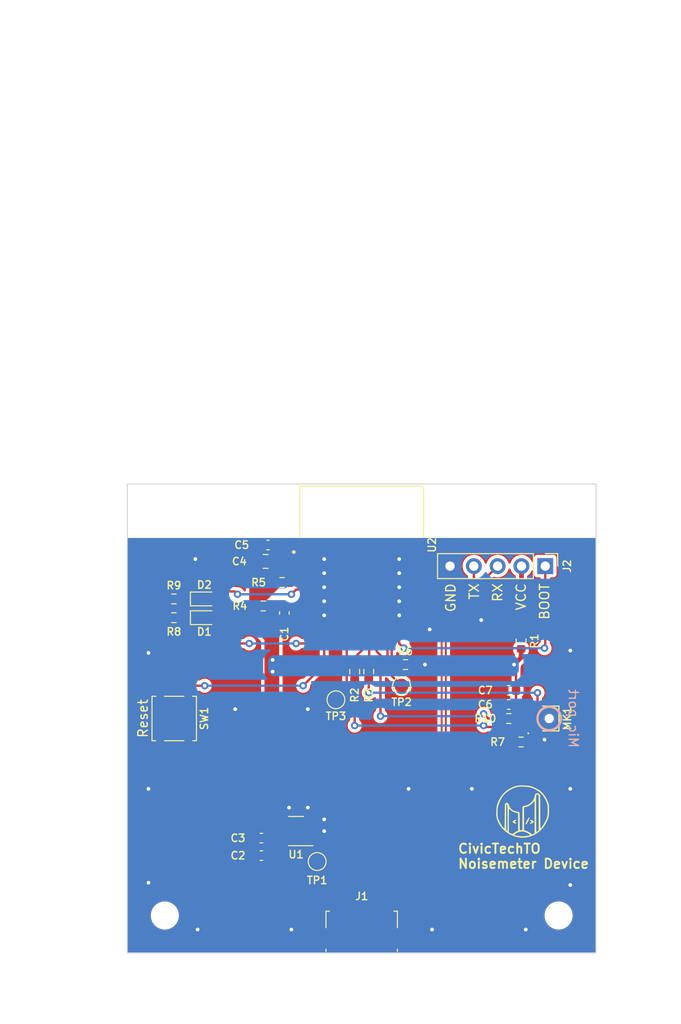
<source format=kicad_pcb>
(kicad_pcb (version 20221018) (generator pcbnew)
  (title_block (title "Noisemeter Device") (date "2024-01-10") (company "Civic Tech Toronto") (comment 1 "Drawn by Clyne Sullivan") (comment 2 "Released under the CERN Open Hardware License Version 2 - Strongly Reciprocal"))
  (layers (0 "F.Cu" signal) (31 "B.Cu" signal) (34 "B.Paste" user) (35 "F.Paste" user) (36 "B.SilkS" user "B.Silkscreen") (37 "F.SilkS" user "F.Silkscreen") (38 "B.Mask" user) (39 "F.Mask" user) (44 "Edge.Cuts" user))
  (net 0 "")
  (net 1 "VBUS")
  (net 2 "GND")
  (net 3 "+3V3")
  (net 4 "USB_D_N")
  (net 5 "USB_D_P")
  (net 6 "MIC_WS")
  (net 7 "Net-(MK1-SELECT)")
  (net 8 "MIC_BCLK")
  (net 9 "Net-(MK1-DATA_OUT)")
  (net 10 "MIC_DATA_OUT")
  (net 13 "Net-(U2-EN)")
  (net 14 "LED1")
  (net 15 "Net-(D1-K)")
  (net 16 "LED2")
  (net 17 "Net-(D2-K)")
  (net 18 "BUTTON")
  (net 19 "/TX")
  (net 20 "/RX")
  (net 22 "BOOT")
  (net 23 "Net-(J2-Pin_2)")
  (net 24 "Net-(U2-IO4)")
  (net 25 "Net-(U2-IO5)")
  (net 26 "IO2")
  (net 27 "IO8")
  (net 28 "Net-(U2-IO7)")
  (net 29 "Net-(U2-IO10)")
  (footprint "MountingHole:MountingHole_2.5mm" (layer "F.Cu") (at 129 121)
    (fp_text reference "H1" hide)
    (fp_text value "MountingHole_Pad")
  )
  (footprint "Button_Switch_SMD:SW_SPST_TL3305A" (layer "F.Cu") (at 130 100 -90)
    (fp_text reference "SW1")
    (fp_text value "SW_Push")
  )
  (footprint "Capacitor_SMD:C_0603_1608Metric" (layer "F.Cu") (at 139.3 114.6125 180)
    (fp_text reference "C2")
    (fp_text value "1U")
  )
  (footprint "TestPoint:TestPoint_Pad_D1.5mm" (layer "F.Cu") (at 147.25 98 180)
    (fp_text reference "TP3")
    (fp_text value "TestPoint")
  )
  (footprint "Capacitor_SMD:C_0603_1608Metric" (layer "F.Cu") (at 165.686 98.503 180)
    (fp_text reference "C6")
    (fp_text value "0.1U")
  )
  (footprint "Resistor_SMD:R_0603_1608Metric" (layer "F.Cu") (at 154.675 94.25)
    (fp_text reference "R6")
    (fp_text value "10K")
  )
  (footprint "MountingHole:MountingHole_2.5mm" (layer "F.Cu") (at 171 79)
    (fp_text reference "H3" hide)
    (fp_text value "MountingHole_Pad")
  )
  (footprint "MountingHole:MountingHole_2.5mm" (layer "F.Cu") (at 129 79)
    (fp_text reference "H4" hide)
    (fp_text value "MountingHole_Pad")
  )
  (footprint "Capacitor_SMD:C_0603_1608Metric" (layer "F.Cu") (at 141.75 88.75 -90)
    (fp_text reference "C1")
    (fp_text value "1U")
  )
  (footprint "Connector_USB:USB_Micro-B_Molex_47346-0001" (layer "F.Cu") (at 150 122.25)
    (fp_text reference "J1")
    (fp_text value "USB_B_Micro")
  )
  (footprint "Resistor_SMD:R_0603_1608Metric" (layer "F.Cu") (at 150.75 95 90)
    (fp_text reference "R3")
    (fp_text value "51")
  )
  (footprint "Resistor_SMD:R_0603_1608Metric" (layer "F.Cu") (at 167 102.503)
    (fp_text reference "R7")
    (fp_text value "0")
  )
  (footprint "Capacitor_SMD:C_0603_1608Metric" (layer "F.Cu") (at 165.686 97.003 180)
    (fp_text reference "C7")
    (fp_text value "200P")
  )
  (footprint "Connector_PinHeader_2.54mm:PinHeader_1x05_P2.54mm_Vertical" (layer "F.Cu") (at 169.58 83.75 -90)
    (fp_text reference "J2")
    (fp_text value "Conn_01x04_Pin")
  )
  (footprint "MountingHole:MountingHole_2.5mm" (layer "F.Cu") (at 171 121)
    (fp_text reference "H2" hide)
    (fp_text value "MountingHole_Pad")
  )
  (footprint "Resistor_SMD:R_0603_1608Metric" (layer "F.Cu") (at 165.686 100.003 180)
    (fp_text reference "R10")
    (fp_text value "51")
  )
  (footprint "TestPoint:TestPoint_Pad_D1.5mm" (layer "F.Cu") (at 145.25 115.25 180)
    (fp_text reference "TP1")
    (fp_text value "TestPoint")
  )
  (footprint "Resistor_SMD:R_0603_1608Metric" (layer "F.Cu") (at 129.9625 87.25)
    (fp_text reference "R9")
    (fp_text value "150")
  )
  (footprint "Capacitor_SMD:C_0603_1608Metric" (layer "F.Cu") (at 139.3 112.75 180)
    (fp_text reference "C3")
    (fp_text value "1U")
  )
  (footprint "Resistor_SMD:R_0603_1608Metric" (layer "F.Cu") (at 167 91.75 -90)
    (fp_text reference "R1")
    (fp_text value "0")
  )
  (footprint "Resistor_SMD:R_0603_1608Metric" (layer "F.Cu") (at 139.5 88 180)
    (fp_text reference "R4")
    (fp_text value "10K")
  )
  (footprint "Capacitor_SMD:C_0603_1608Metric" (layer "F.Cu") (at 140 81.5 180)
    (fp_text reference "C5")
    (fp_text value "0.1U")
  )
  (footprint "LED_SMD:LED_0603_1608Metric" (layer "F.Cu") (at 133.2125 89.25)
    (fp_text reference "D1")
    (fp_text value "LED")
  )
  (footprint "noisemeter:MIC_SPH0645LM4H-B" (layer "F.Cu") (at 170 100 90)
    (fp_text reference "MK1")
    (fp_text value "SPH0645LM4H-B")
  )
  (footprint "Capacitor_SMD:C_0805_2012Metric" (layer "F.Cu") (at 139.75 83.25 180)
    (fp_text reference "C4")
    (fp_text value "10U")
  )
  (footprint "Resistor_SMD:R_0603_1608Metric" (layer "F.Cu") (at 149.25 95 90)
    (fp_text reference "R2")
    (fp_text value "51")
  )
  (footprint "TestPoint:TestPoint_Pad_D1.5mm" (layer "F.Cu") (at 154.25 96.5 180)
    (fp_text reference "TP2")
    (fp_text value "TestPoint")
  )
  (footprint "LED_SMD:LED_0603_1608Metric" (layer "F.Cu") (at 133.2125 87.25)
    (fp_text reference "D2")
    (fp_text value "LED")
  )
  (footprint "Resistor_SMD:R_0603_1608Metric" (layer "F.Cu") (at 141.5 85.5 180)
    (fp_text reference "R5")
    (fp_text value "10K")
  )
  (footprint "Package_TO_SOT_SMD:SOT-23-5" (layer "F.Cu") (at 143 112 180)
    (fp_text reference "U1")
    (fp_text value "AP2112K-3.3")
  )
  (footprint "Resistor_SMD:R_0603_1608Metric" (layer "F.Cu") (at 129.9625 89.25)
    (fp_text reference "R8")
    (fp_text value "150")
  )
  (footprint "noisemeter:XCVR_ESP32-C3-MINI-1-N4" (layer "F.Cu") (at 150 83.55)
    (fp_text reference "U2")
    (fp_text value "ESP32-C3-MINI-1-N4")
  )
  (gr_circle (center 170 100) (end 171.25 100) (stroke (width 0.25)) (fill none) (layer "B.SilkS"))
  (gr_poly (pts (xy 168.047826 110.811825) (xy 168.07588 110.816241) (xy 168.105835 110.823307) (xy 168.137048 110.832854) (xy 168.168872 110.844711) (xy 168.200664 110.85871) (xy 168.231777 110.874681) (xy 168.261568 110.892454) (xy 168.28939 110.91186) (xy 168.3146 110.93273) (xy 168.326024 110.943661) (xy 168.336552 110.954894) (xy 168.344028 110.96301) (xy 168.350586 110.970482) (xy 168.356235 110.977391) (xy 168.358721 110.980661) (xy 168.360982 110.983821) (xy 168.36302 110.986882) (xy 168.364836 110.989854) (xy 168.366431 110.992748) (xy 168.367806 110.995573) (xy 168.368962 110.99834) (xy 168.369899 111.00106) (xy 168.37062 111.003743) (xy 168.371124 111.006399) (xy 168.371414 111.009038) (xy 168.37149 111.011671) (xy 168.371352 111.014309) (xy 168.371003 111.01696) (xy 168.370443 111.019637) (xy 168.369673 111.022348) (xy 168.368695 111.025106) (xy 168.367508 111.027918) (xy 168.366115 111.030798) (xy 168.364517 111.033753) (xy 168.362713 111.036796) (xy 168.360706 111.039935) (xy 168.356086 111.046547) (xy 168.350663 111.053671) (xy 168.339477 111.064537) (xy 168.324277 111.076828) (xy 168.305612 111.090252) (xy 168.284032 111.104515) (xy 168.260088 111.119324) (xy 168.234329 111.134386) (xy 168.207305 111.149406) (xy 168.179566 111.164091) (xy 168.151661 111.178147) (xy 168.124141 111.191282) (xy 168.097555 111.203201) (xy 168.072454 111.213612) (xy 168.049386 111.22222) (xy 168.028902 111.228732) (xy 168.011552 111.232854) (xy 167.997886 111.234293) (xy 167.991046 111.233976) (xy 167.984811 111.233046) (xy 167.979173 111.231535) (xy 167.974123 111.229476) (xy 167.969653 111.226899) (xy 167.965757 111.223838) (xy 167.962426 111.220324) (xy 167.959653 111.21639) (xy 167.95743 111.212067) (xy 167.955749 111.207387) (xy 167.954602 111.202383) (xy 167.953981 111.197086) (xy 167.95388 111.191529) (xy 167.954289 111.185744) (xy 167.955202 111.179762) (xy 167.956611 111.173616) (xy 167.958507 111.167337) (xy 167.960883 111.160958) (xy 167.963732 111.154511) (xy 167.967045 111.148028) (xy 167.970815 111.141541) (xy 167.975034 111.135082) (xy 167.979695 111.128682) (xy 167.984789 111.122375) (xy 167.990309 111.116191) (xy 167.996246 111.110164) (xy 168.002595 111.104325) (xy 168.009345 111.098706) (xy 168.016491 111.093339) (xy 168.024024 111.088256) (xy 168.031935 111.083489) (xy 168.040219 111.079071) (xy 168.049076 111.074281) (xy 168.057632 111.069453) (xy 168.065848 111.064616) (xy 168.073689 111.059801) (xy 168.081115 111.055035) (xy 168.088092 111.050348) (xy 168.09458 111.045768) (xy 168.100544 111.041324) (xy 168.105945 111.037046) (xy 168.110747 111.032962) (xy 168.114912 111.029102) (xy 168.118403 111.025493) (xy 168.119884 111.023793) (xy 168.121183 111.022166) (xy 168.122295 111.020617) (xy 168.123215 111.019149) (xy 168.123939 111.017765) (xy 168.124462 111.01647) (xy 168.124779 111.015267) (xy 168.124885 111.01416) (xy 168.124779 111.013037) (xy 168.124462 111.011786) (xy 168.123215 111.008929) (xy 168.121183 111.005633) (xy 168.118403 111.001945) (xy 168.114912 110.99791) (xy 168.110747 110.993572) (xy 168.105945 110.988979) (xy 168.100544 110.984174) (xy 168.09458 110.979204) (xy 168.088092 110.974114) (xy 168.081115 110.96895) (xy 168.073689 110.963757) (xy 168.065848 110.95858) (xy 168.057632 110.953466) (xy 168.049076 110.948459) (xy 168.040219 110.943604) (xy 168.031827 110.938156) (xy 168.023616 110.932426) (xy 168.015638 110.926464) (xy 168.00794 110.920321) (xy 168.000573 110.914045) (xy 167.993586 110.907687) (xy 167.987029 110.901296) (xy 167.980952 110.894921) (xy 167.975404 110.888612) (xy 167.970435 110.88242) (xy 167.966094 110.876392) (xy 167.962431 110.870579) (xy 167.96087 110.867769) (xy 167.959496 110.865031) (xy 167.958317 110.862372) (xy 167.957338 110.859798) (xy 167.956566 110.857314) (xy 167.956007 110.854928) (xy 167.955667 110.852645) (xy 167.955552 110.850471) (xy 167.956341 110.84248) (xy 167.958653 110.835428) (xy 167.962408 110.829292) (xy 167.967525 110.824051) (xy 167.973923 110.819685) (xy 167.981523 110.816172) (xy 167.990243 110.813492) (xy 168.000002 110.811621) (xy 168.010721 110.810541) (xy 168.022318 110.810229)) (fill solid) (layer "F.SilkS"))
  (gr_poly (pts (xy 167.861603 110.543812) (xy 167.865256 110.544214) (xy 167.868769 110.544965) (xy 167.872133 110.546065) (xy 167.875339 110.547508) (xy 167.878381 110.549292) (xy 167.881248 110.551415) (xy 167.883934 110.553872) (xy 167.88643 110.556661) (xy 167.888727 110.559779) (xy 167.890818 110.563222) (xy 167.892693 110.566987) (xy 167.894345 110.571073) (xy 167.895766 110.575474) (xy 167.896947 110.580188) (xy 167.89788 110.585213) (xy 167.898557 110.590544) (xy 167.898969 110.59618) (xy 167.899108 110.602116) (xy 167.896461 110.618051) (xy 167.88891 110.642817) (xy 167.877044 110.67519) (xy 167.861449 110.713946) (xy 167.821419 110.805712) (xy 167.773519 110.908327) (xy 167.722443 111.011999) (xy 167.672889 111.10694) (xy 167.629552 111.183361) (xy 167.611683 111.211566) (xy 167.59713 111.231471) (xy 167.591816 111.237606) (xy 167.586465 111.243313) (xy 167.581092 111.248593) (xy 167.57571 111.253448) (xy 167.570331 111.257879) (xy 167.564971 111.261888) (xy 167.559641 111.265476) (xy 167.554356 111.268645) (xy 167.549128 111.271397) (xy 167.543972 111.273732) (xy 167.538901 111.275653) (xy 167.533928 111.277161) (xy 167.529066 111.278258) (xy 167.52433 111.278945) (xy 167.519732 111.279224) (xy 167.515285 111.279096) (xy 167.511005 111.278563) (xy 167.506903 111.277627) (xy 167.502993 111.276288) (xy 167.499289 111.274549) (xy 167.495804 111.272411) (xy 167.492552 111.269875) (xy 167.489546 111.266944) (xy 167.486799 111.263618) (xy 167.484325 111.2599) (xy 167.482137 111.25579) (xy 167.480249 111.251291) (xy 167.478674 111.246404) (xy 167.477425 111.24113) (xy 167.476517 111.235471) (xy 167.475962 111.229429) (xy 167.475774 111.223005) (xy 167.478799 111.207499) (xy 167.487405 111.182038) (xy 167.518549 111.106941) (xy 167.563583 111.009089) (xy 167.616886 110.89986) (xy 167.672834 110.790631) (xy 167.725806 110.692779) (xy 167.770179 110.617682) (xy 167.787383 110.592221) (xy 167.80033 110.576716) (xy 167.805083 110.571886) (xy 167.809811 110.567451) (xy 167.814506 110.563406) (xy 167.81916 110.559749) (xy 167.823764 110.556476) (xy 167.82831 110.553585) (xy 167.83279 110.551072) (xy 167.837195 110.548934) (xy 167.841518 110.547168) (xy 167.84575 110.545772) (xy 167.849883 110.544741) (xy 167.853908 110.544073) (xy 167.857818 110.543764)) (fill solid) (layer "F.SilkS"))
  (gr_poly (pts (xy 167.153986 107.123374) (xy 167.347363 107.129371) (xy 167.540211 107.140131) (xy 167.719632 107.155124) (xy 167.872727 107.173821) (xy 167.935371 107.184394) (xy 167.986597 107.195693) (xy 168.039288 107.210435) (xy 168.09539 107.228033) (xy 168.154345 107.248236) (xy 168.215593 107.270791) (xy 168.342742 107.321949) (xy 168.472372 107.379491) (xy 168.600017 107.441398) (xy 168.721212 107.505653) (xy 168.777997 107.538031) (xy 168.831494 107.570239) (xy 168.881147 107.602025) (xy 168.926397 107.633138) (xy 169.007533 107.693658) (xy 169.086801 107.758655) (xy 169.164051 107.827911) (xy 169.239134 107.901205) (xy 169.311903 107.978319) (xy 169.382208 108.059034) (xy 169.4499 108.143131) (xy 169.51483 108.230391) (xy 169.57685 108.320594) (xy 169.635811 108.413521) (xy 169.691563 108.508953) (xy 169.743959 108.606672) (xy 169.792849 108.706458) (xy 169.838085 108.808092) (xy 169.879517 108.911354) (xy 169.916997 109.016027) (xy 169.938665 109.083573) (xy 169.955405 109.144702) (xy 169.962124 109.17499) (xy 169.967846 109.206229) (xy 169.972651 109.23927) (xy 169.976616 109.274966) (xy 169.982343 109.357725) (xy 169.985656 109.46132) (xy 169.987183 109.592565) (xy 169.987552 109.758271) (xy 169.985783 109.971602) (xy 169.983217 110.064572) (xy 169.979218 110.149943) (xy 169.973548 110.228864) (xy 169.965972 110.302486) (xy 169.956255 110.371957) (xy 169.94416 110.438427) (xy 169.929453 110.503044) (xy 169.911898 110.566959) (xy 169.891258 110.63132) (xy 169.867299 110.697277) (xy 169.839784 110.765979) (xy 169.808479 110.838576) (xy 169.773146 110.916216) (xy 169.733552 111.000049) (xy 169.699443 111.070842) (xy 169.66481 111.139357) (xy 169.629589 111.205698) (xy 169.59372 111.269968) (xy 169.557139 111.33227) (xy 169.519785 111.392707) (xy 169.481596 111.451383) (xy 169.44251 111.508402) (xy 169.402465 111.563866) (xy 169.361399 111.617879) (xy 169.31925 111.670544) (xy 169.275955 111.721964) (xy 169.231453 111.772244) (xy 169.185683 111.821486) (xy 169.13858 111.869794) (xy 169.090085 111.917271) (xy 169 112) (xy 168.908493 112.077851) (xy 168.815398 112.150906) (xy 168.720551 112.219249) (xy 168.623785 112.282961) (xy 168.524935 112.342126) (xy 168.423837 112.396826) (xy 168.320324 112.447143) (xy 168.214232 112.493161) (xy 168.105395 112.534963) (xy 167.993647 112.57263) (xy 167.878823 112.606246) (xy 167.760758 112.635893) (xy 167.639287 112.661654) (xy 167.514244 112.683612) (xy 167.385463 112.701849) (xy 167.301343 112.709771) (xy 167.213357 112.713496) (xy 167.122007 112.713129) (xy 167.027791 112.708772) (xy 166.93121 112.700529) (xy 166.832765 112.688504) (xy 166.732956 112.672799) (xy 166.632283 112.653518) (xy 166.531246 112.630765) (xy 166.430345 112.604642) (xy 166.330081 112.575253) (xy 166.230954 112.542702) (xy 166.133464 112.507091) (xy 166.038112 112.468525) (xy 165.945396 112.427106) (xy 165.855819 112.382938) (xy 166.290441 112.382938) (xy 166.292656 112.392458) (xy 166.299161 112.401951) (xy 166.309752 112.411387) (xy 166.32422 112.42074) (xy 166.363962 112.439083) (xy 166.416736 112.456756) (xy 166.480886 112.473537) (xy 166.55476 112.489201) (xy 166.636704 112.503525) (xy 166.725063 112.516287) (xy 166.914417 112.53623) (xy 167.012103 112.542965) (xy 167.109591 112.547244) (xy 167.205227 112.548844) (xy 167.297357 112.547541) (xy 167.384328 112.543114) (xy 167.464486 112.535338) (xy 167.523169 112.527926) (xy 167.577556 112.520493) (xy 167.627719 112.51302) (xy 167.673727 112.505484) (xy 167.71565 112.497865) (xy 167.753559 112.490144) (xy 167.787524 112.482298) (xy 167.80305 112.478322) (xy 167.817616 112.474307) (xy 167.831231 112.470251) (xy 167.843904 112.466151) (xy 167.855644 112.462005) (xy 167.866459 112.457809) (xy 167.876359 112.453562) (xy 167.885351 112.449261) (xy 167.893446 112.444902) (xy 167.900651 112.440484) (xy 167.906976 112.436005) (xy 167.912428 112.43146) (xy 167.917018 112.426849) (xy 167.920754 112.422168) (xy 167.923644 112.417414) (xy 167.925698 112.412585) (xy 167.926923 112.407679) (xy 167.92733 112.402693) (xy 167.926554 112.397085) (xy 167.924268 112.390871) (xy 167.915407 112.376775) (xy 167.901229 112.360711) (xy 167.882218 112.342985) (xy 167.858859 112.323904) (xy 167.831633 112.303772) (xy 167.801026 112.282896) (xy 167.767522 112.261582) (xy 167.731602 112.240136) (xy 167.693752 112.218863) (xy 167.654456 112.19807) (xy 167.614196 112.178062) (xy 167.573456 112.159146) (xy 167.532721 112.141627) (xy 167.492473 112.125811) (xy 167.453197 112.112005) (xy 167.412503 112.099105) (xy 167.370933 112.087922) (xy 167.328603 112.07845) (xy 167.285627 112.070685) (xy 167.242123 112.064624) (xy 167.198204 112.060262) (xy 167.153989 112.057595) (xy 167.109591 112.056618) (xy 167.065127 112.057329) (xy 167.020713 112.059722) (xy 166.976464 112.063793) (xy 166.932497 112.069539) (xy 166.888926 112.076955) (xy 166.845868 112.086037) (xy 166.803438 112.096781) (xy 166.761752 112.109182) (xy 166.724833 112.121465) (xy 166.686401 112.135878) (xy 166.646993 112.152101) (xy 166.607148 112.169816) (xy 166.567401 112.188705) (xy 166.528291 112.208451) (xy 166.490355 112.228733) (xy 166.45413 112.249235) (xy 166.420155 112.269638) (xy 166.388965 112.289622) (xy 166.3611 112.308872) (xy 166.337096 112.327067) (xy 166.317491 112.343889) (xy 166.309506 112.351686) (xy 166.302822 112.359021) (xy 166.297506 112.365853) (xy 166.293626 112.372143) (xy 166.291249 112.377851) (xy 166.290441 112.382938) (xy 165.855819 112.382938) (xy 165.719626 112.308433) (xy 165.588469 112.227964) (xy 165.462553 112.14178) (xy 165.456801 112.137404) (xy 165.697775 112.137404) (xy 165.867108 112.222071) (xy 165.9344 112.25435) (xy 165.965037 112.268704) (xy 165.992697 112.281338) (xy 166.016653 112.291855) (xy 166.036177 112.299859) (xy 166.044049 112.302794) (xy 166.050541 112.304952) (xy 166.055562 112.306283) (xy 166.059019 112.306738) (xy 166.062639 112.306055) (xy 166.068131 112.304053) (xy 166.084287 112.296375) (xy 166.106594 112.284265) (xy 166.134161 112.268285) (xy 166.166093 112.248998) (xy 166.201497 112.226966) (xy 166.239481 112.202751) (xy 166.279152 112.176915) (xy 166.320482 112.150187) (xy 166.363202 112.123425) (xy 166.406053 112.097392) (xy 166.44778 112.072846) (xy 166.487126 112.050549) (xy 166.522834 112.031262) (xy 166.553647 112.015746) (xy 166.566825 112.009639) (xy 166.578308 112.00476) (xy 166.685552 111.962427) (xy 166.679908 111.028271) (xy 166.671441 110.096938) (xy 166.493641 110.060249) (xy 166.448938 110.050132) (xy 166.404829 110.038845) (xy 166.361383 110.026409) (xy 166.318664 110.012844) (xy 166.276738 109.998172) (xy 166.235673 109.982412) (xy 166.195533 109.965585) (xy 166.156386 109.947713) (xy 166.118297 109.928815) (xy 166.081332 109.908913) (xy 166.045558 109.888027) (xy 166.011041 109.866177) (xy 165.977847 109.843385) (xy 165.946042 109.819671) (xy 165.915692 109.795056) (xy 165.886863 109.76956) (xy 165.874144 109.757564) (xy 165.861436 109.745952) (xy 165.848819 109.734778) (xy 165.836372 109.724096) (xy 165.824173 109.71396) (xy 165.812301 109.704423) (xy 165.800833 109.695539) (xy 165.78985 109.687363) (xy 165.779428 109.679947) (xy 165.769648 109.673345) (xy 165.760586 109.667612) (xy 165.752323 109.662801) (xy 165.744936 109.658965) (xy 165.738504 109.656159) (xy 165.735671 109.655158) (xy 165.733106 109.654435) (xy 165.730818 109.653997) (xy 165.728819 109.653849) (xy 165.72475 109.657811) (xy 165.721003 109.669934) (xy 165.714443 109.720083) (xy 165.709075 109.807142) (xy 165.70483 109.933955) (xy 165.69945 110.318218) (xy 165.697775 110.895627) (xy 165.697775 112.137404) (xy 165.456801 112.137404) (xy 165.342087 112.050136) (xy 165.227275 111.953283) (xy 165.118326 111.851473) (xy 165.015446 111.744958) (xy 164.918841 111.633991) (xy 164.828719 111.518823) (xy 164.745286 111.399708) (xy 164.668748 111.276896) (xy 164.599313 111.150641) (xy 164.537187 111.021194) (xy 164.482577 110.888808) (xy 164.435689 110.753735) (xy 164.39673 110.616227) (xy 164.379742 110.543687) (xy 164.366656 110.477232) (xy 164.357142 110.411836) (xy 164.350869 110.342471) (xy 164.347507 110.26411) (xy 164.346724 110.171727) (xy 164.34819 110.060293) (xy 164.349178 110.020738) (xy 164.49833 110.020738) (xy 164.499455 110.196096) (xy 164.501232 110.270961) (xy 164.504151 110.338811) (xy 164.508459 110.40079) (xy 164.514404 110.458044) (xy 164.522234 110.511718) (xy 164.532197 110.562957) (xy 164.544541 110.612906) (xy 164.559515 110.662711) (xy 164.577366 110.713516) (xy 164.598343 110.766466) (xy 164.622693 110.822707) (xy 164.650664 110.883384) (xy 164.718464 111.022627) (xy 164.75409 111.092458) (xy 164.791808 111.161781) (xy 164.831064 111.229888) (xy 164.871305 111.296073) (xy 164.911975 111.359629) (xy 164.952521 111.419849) (xy 164.992389 111.476025) (xy 165.031025 111.527452) (xy 165.067875 111.573421) (xy 165.102385 111.613226) (xy 165.134001 111.646161) (xy 165.148551 111.65983) (xy 165.16217 111.671517) (xy 165.174788 111.681133) (xy 165.186336 111.688589) (xy 165.196746 111.693797) (xy 165.205947 111.696669) (xy 165.213871 111.697116) (xy 165.220448 111.695051) (xy 165.22561 111.690384) (xy 165.229286 111.683027) (xy 165.232571 111.649502) (xy 165.235989 111.569344) (xy 165.242691 111.290032) (xy 165.248336 110.886895) (xy 165.250714 110.559782) (xy 165.415552 110.559782) (xy 165.415773 110.997535) (xy 165.416148 111.176724) (xy 165.416787 111.331836) (xy 165.417757 111.464657) (xy 165.419124 111.576973) (xy 165.419977 111.625999) (xy 165.420954 111.670569) (xy 165.422064 111.710906) (xy 165.423314 111.747232) (xy 165.424712 111.779772) (xy 165.426268 111.808748) (xy 165.427989 111.834383) (xy 165.429884 111.856902) (xy 165.431961 111.876527) (xy 165.434228 111.893481) (xy 165.436693 111.907987) (xy 165.439365 111.92027) (xy 165.440781 111.925647) (xy 165.442252 111.930551) (xy 165.443779 111.935011) (xy 165.445362 111.939055) (xy 165.447004 111.94271) (xy 165.448704 111.946004) (xy 165.450464 111.948966) (xy 165.452285 111.951623) (xy 165.454169 111.954002) (xy 165.456115 111.956133) (xy 165.458125 111.958042) (xy 165.460201 111.959759) (xy 165.464551 111.962723) (xy 165.469175 111.965249) (xy 165.474494 111.968259) (xy 165.479846 111.970943) (xy 165.485199 111.973304) (xy 165.490518 111.975347) (xy 165.495771 111.977076) (xy 165.500925 111.978495) (xy 165.505946 111.979607) (xy 165.510802 111.980418) (xy 165.51546 111.980932) (xy 165.519887 111.981151) (xy 165.524048 111.981082) (xy 165.527912 111.980727) (xy 165.531446 111.980091) (xy 165.533078 111.979669) (xy 165.534615 111.979178) (xy 165.536053 111.978619) (xy 165.537388 111.977992) (xy 165.538615 111.977299) (xy 165.53973 111.976538) (xy 165.546891 111.876558) (xy 165.551504 111.623848) (xy 165.553489 110.842004) (xy 165.546477 109.994544) (xy 165.539846 109.659813) (xy 165.531264 109.445005) (xy 165.52845 109.398923) (xy 165.526913 109.377424) (xy 165.525288 109.356942) (xy 165.523572 109.337469) (xy 165.521763 109.318997) (xy 165.519859 109.301516) (xy 165.517858 109.28502) (xy 165.515758 109.269499) (xy 165.513556 109.254946) (xy 165.511251 109.241351) (xy 165.50884 109.228708) (xy 165.506322 109.217007) (xy 165.503695 109.20624) (xy 165.500955 109.1964) (xy 165.498102 109.187477) (xy 165.495134 109.179463) (xy 165.492047 109.172351) (xy 165.488841 109.166132) (xy 165.485513 109.160798) (xy 165.48206 109.15634) (xy 165.480287 109.154437) (xy 165.478482 109.15275) (xy 165.476645 109.151278) (xy 165.474775 109.15002) (xy 165.472873 109.148975) (xy 165.470939 109.148142) (xy 165.468971 109.14752) (xy 165.46697 109.147107) (xy 165.464935 109.146903) (xy 165.462866 109.146907) (xy 165.460763 109.147118) (xy 165.458626 109.147534) (xy 165.456454 109.148155) (xy 165.454248 109.14898) (xy 165.452006 109.150007) (xy 165.449729 109.151236) (xy 165.445067 109.154294) (xy 165.440261 109.158145) (xy 165.435308 109.162782) (xy 165.431218 109.195028) (xy 165.427459 109.279464) (xy 165.421197 109.581882) (xy 165.417052 110.024001) (xy 165.415552 110.559782) (xy 165.250714 110.559782) (xy 165.251864 110.401738) (xy 165.254377 110.098553) (xy 165.257684 109.837867) (xy 165.261786 109.618257) (xy 165.26668 109.438302) (xy 165.272369 109.296579) (xy 165.278851 109.191666) (xy 165.28239 109.152569) (xy 165.286127 109.122141) (xy 165.290063 109.100205) (xy 165.294197 109.086582) (xy 165.298354 109.077793) (xy 165.302883 109.069419) (xy 165.307775 109.06146) (xy 165.313021 109.053917) (xy 165.318612 109.046792) (xy 165.324539 109.040086) (xy 165.330794 109.033799) (xy 165.337368 109.027933) (xy 165.344252 109.022489) (xy 165.351437 109.017467) (xy 165.358915 109.012869) (xy 165.366676 109.008696) (xy 165.374712 109.004948) (xy 165.383015 109.001628) (xy 165.391575 108.998735) (xy 165.400383 108.996271) (xy 165.409431 108.994237) (xy 165.41871 108.992634) (xy 165.437926 108.990726) (xy 165.457961 108.990554) (xy 165.478744 108.992126) (xy 165.500205 108.995451) (xy 165.522273 109.000537) (xy 165.544879 109.007393) (xy 165.567953 109.016027) (xy 165.582591 109.022339) (xy 165.595899 109.028694) (xy 165.608 109.035263) (xy 165.619017 109.04222) (xy 165.629075 109.04974) (xy 165.638299 109.057996) (xy 165.646811 109.067161) (xy 165.654736 109.07741) (xy 165.662198 109.088915) (xy 165.669321 109.101851) (xy 165.676229 109.116391) (xy 165.683046 109.132708) (xy 165.689896 109.150977) (xy 165.696904 109.17137) (xy 165.704192 109.194062) (xy 165.711886 109.219227) (xy 165.734852 109.290775) (xy 165.761473 109.358359) (xy 165.791831 109.422049) (xy 165.826009 109.481914) (xy 165.86409 109.538026) (xy 165.906156 109.590454) (xy 165.95229 109.639269) (xy 166.002575 109.684541) (xy 166.057093 109.72634) (xy 166.115927 109.764737) (xy 166.179159 109.799802) (xy 166.246873 109.831605) (xy 166.319151 109.860216) (xy 166.396076 109.885707) (xy 166.47773 109.908146) (xy 166.564197 109.927605) (xy 166.609264 109.93654) (xy 166.652744 109.946169) (xy 166.693578 109.95613) (xy 166.730708 109.966057) (xy 166.763075 109.975588) (xy 166.777142 109.980091) (xy 166.789622 109.984358) (xy 166.800382 109.988344) (xy 166.809289 109.992003) (xy 166.816212 109.99529) (xy 166.821019 109.99816) (xy 166.825585 110.004843) (xy 166.829767 110.016697) (xy 166.837026 110.057559) (xy 166.842897 110.124019) (xy 166.847477 110.219352) (xy 166.853166 110.509732) (xy 166.854886 110.954894) (xy 166.855404 111.169145) (xy 166.856914 111.356575) (xy 166.85935 111.516819) (xy 166.862647 111.649513) (xy 166.866737 111.754293) (xy 166.871554 111.830796) (xy 166.874215 111.85833) (xy 166.877033 111.878658) (xy 166.88 111.891735) (xy 166.881537 111.89554) (xy 166.883108 111.897515) (xy 166.886832 111.8995) (xy 166.891602 111.90122) (xy 166.89734 111.902675) (xy 166.903966 111.903865) (xy 166.911402 111.904791) (xy 166.919571 111.905453) (xy 166.928392 111.90585) (xy 166.937788 111.905982) (xy 166.947681 111.90585) (xy 166.95799 111.905453) (xy 166.979548 111.903865) (xy 166.99064 111.902675) (xy 167.001834 111.90122) (xy 167.013053 111.8995) (xy 167.024219 111.897515) (xy 167.056472 111.891871) (xy 167.320552 111.891871) (xy 167.461663 111.939849) (xy 167.500716 111.953504) (xy 167.539528 111.967999) (xy 167.578059 111.983313) (xy 167.616268 111.999424) (xy 167.654113 112.016313) (xy 167.691553 112.033958) (xy 167.728547 112.052339) (xy 167.765052 112.071435) (xy 167.801029 112.091226) (xy 167.836435 112.11169) (xy 167.871229 112.132808) (xy 167.90537 112.154558) (xy 167.938816 112.17692) (xy 167.971526 112.199873) (xy 168.00346 112.223397) (xy 168.034574 112.247471) (xy 168.178508 112.363182) (xy 168.30833 112.301093) (xy 168.43533 112.239005) (xy 168.43533 110.523093) (xy 168.434855 110.196774) (xy 168.604311 110.196774) (xy 168.61485 111.481282) (xy 168.624105 111.904378) (xy 168.635708 112.069671) (xy 168.637418 112.070358) (xy 168.639368 112.070833) (xy 168.643954 112.071159) (xy 168.6494 112.070676) (xy 168.65564 112.069406) (xy 168.662607 112.067377) (xy 168.670236 112.064611) (xy 168.67846 112.061134) (xy 168.687213 112.056971) (xy 168.69643 112.052146) (xy 168.706043 112.046685) (xy 168.715987 112.040612) (xy 168.726195 112.033952) (xy 168.736602 112.02673) (xy 168.747141 112.01897) (xy 168.757747 112.010698) (xy 168.768352 112.001938) (xy 168.872774 111.920093) (xy 168.872774 110.051782) (xy 168.872554 109.44948) (xy 168.872179 109.203933) (xy 168.87154 108.992038) (xy 168.87057 108.811231) (xy 168.869203 108.65895) (xy 168.86835 108.592705) (xy 168.867373 108.53263) (xy 168.866263 108.478406) (xy 168.865013 108.42971) (xy 168.863615 108.386224) (xy 168.862059 108.347626) (xy 168.860338 108.313596) (xy 168.858443 108.283815) (xy 168.856366 108.25796) (xy 168.854099 108.235713) (xy 168.851634 108.216752) (xy 168.848962 108.200757) (xy 168.846075 108.187409) (xy 168.844548 108.181626) (xy 168.842965 108.176385) (xy 168.841323 108.171646) (xy 168.839623 108.167367) (xy 168.837863 108.16351) (xy 168.836042 108.160034) (xy 168.834158 108.156898) (xy 168.832212 108.154064) (xy 168.830202 108.151491) (xy 168.828126 108.149139) (xy 168.823776 108.144937) (xy 168.819152 108.141138) (xy 168.813337 108.137005) (xy 168.807555 108.133079) (xy 168.801839 108.129368) (xy 168.796222 108.12588) (xy 168.790737 108.122624) (xy 168.785418 108.119607) (xy 168.780297 108.116839) (xy 168.775408 108.114327) (xy 168.770783 108.112079) (xy 168.766456 108.110104) (xy 168.76246 108.108411) (xy 168.758827 108.107007) (xy 168.755592 108.1059) (xy 168.752786 108.105099) (xy 168.750443 108.104613) (xy 168.748597 108.104449) (xy 168.732908 108.108167) (xy 168.718599 108.111968) (xy 168.705598 108.115934) (xy 168.693828 108.120148) (xy 168.688382 108.122374) (xy 168.683216 108.124692) (xy 168.67832 108.127115) (xy 168.673686 108.129651) (xy 168.669305 108.132311) (xy 168.665166 108.135105) (xy 168.661261 108.138044) (xy 168.65758 108.141138) (xy 168.654114 108.144397) (xy 168.650854 108.147833) (xy 168.64779 108.151454) (xy 168.644913 108.155271) (xy 168.642214 108.159295) (xy 168.639683 108.163537) (xy 168.637312 108.168005) (xy 168.63509 108.172712) (xy 168.633009 108.177666) (xy 168.63106 108.182879) (xy 168.627517 108.194121) (xy 168.624387 108.20652) (xy 168.621597 108.22016) (xy 168.611901 108.430829) (xy 168.605942 108.886337) (xy 168.604311 110.196774) (xy 168.434855 110.196774) (xy 168.433566 109.312007) (xy 168.431758 108.943928) (xy 168.429685 108.810004) (xy 168.427651 108.811078) (xy 168.423727 108.814227) (xy 168.410591 108.82632) (xy 168.365833 108.870682) (xy 168.223663 109.016027) (xy 168.18212 109.057864) (xy 168.140027 109.097651) (xy 168.097364 109.135387) (xy 168.054109 109.171073) (xy 168.010243 109.204708) (xy 167.965744 109.236292) (xy 167.920592 109.265827) (xy 167.874766 109.29331) (xy 167.828246 109.318743) (xy 167.78101 109.342126) (xy 167.733038 109.363458) (xy 167.68431 109.382739) (xy 167.634805 109.39997) (xy 167.584502 109.415151) (xy 167.53338 109.428281) (xy 167.481419 109.43936) (xy 167.320552 109.473227) (xy 167.320552 111.891871) (xy 167.056472 111.891871) (xy 167.137108 111.87776) (xy 167.137108 110.647271) (xy 167.139092 110.164671) (xy 167.144516 109.764621) (xy 167.14827 109.608451) (xy 167.152586 109.488396) (xy 167.157365 109.409616) (xy 167.159897 109.387317) (xy 167.162508 109.377271) (xy 167.165695 109.372911) (xy 167.170941 109.368319) (xy 167.178122 109.363529) (xy 167.187114 109.358574) (xy 167.197792 109.353486) (xy 167.210034 109.348299) (xy 167.238708 109.33776) (xy 167.272145 109.327221) (xy 167.309352 109.316946) (xy 167.349337 109.307201) (xy 167.391108 109.298249) (xy 167.44355 109.287655) (xy 167.494069 109.275941) (xy 167.542795 109.263045) (xy 167.589854 109.248904) (xy 167.635375 109.233457) (xy 167.679487 109.216642) (xy 167.722317 109.198396) (xy 167.763994 109.178657) (xy 167.804645 109.157365) (xy 167.8444 109.134455) (xy 167.883385 109.109868) (xy 167.92173 109.08354) (xy 167.959562 109.055409) (xy 167.997009 109.025414) (xy 168.0342 108.993492) (xy 168.071264 108.959582) (xy 168.106512 108.924539) (xy 168.140265 108.888261) (xy 168.172479 108.850832) (xy 168.203114 108.812342) (xy 168.232129 108.772875) (xy 168.259481 108.73252) (xy 168.285131 108.691363) (xy 168.309036 108.649491) (xy 168.331155 108.60699) (xy 168.351446 108.563948) (xy 168.369869 108.52045) (xy 168.386382 108.476585) (xy 168.400944 108.432439) (xy 168.413513 108.388099) (xy 168.424048 108.343651) (xy 168.432508 108.299182) (xy 168.438037 108.267306) (xy 168.443929 108.235727) (xy 168.45002 108.205272) (xy 168.456144 108.176769) (xy 168.462136 108.151043) (xy 168.46783 108.128923) (xy 168.473061 108.111234) (xy 168.475451 108.10431) (xy 168.477663 108.098804) (xy 168.479947 108.09369) (xy 168.483064 108.088415) (xy 168.486973 108.083) (xy 168.491631 108.077467) (xy 168.503026 108.066131) (xy 168.51691 108.054575) (xy 168.532943 108.04297) (xy 168.550787 108.031485) (xy 168.570103 108.020289) (xy 168.590552 108.009552) (xy 168.611795 107.999443) (xy 168.633492 107.990133) (xy 168.655305 107.981789) (xy 168.676894 107.974583) (xy 168.697922 107.968683) (xy 168.718048 107.964259) (xy 168.736934 107.96148) (xy 168.754241 107.960516) (xy 168.76419 107.960883) (xy 168.774433 107.961967) (xy 168.784935 107.963739) (xy 168.795659 107.966171) (xy 168.806569 107.969236) (xy 168.817629 107.972906) (xy 168.828803 107.977152) (xy 168.840054 107.981947) (xy 168.862644 107.993072) (xy 168.885111 108.006057) (xy 168.907163 108.02068) (xy 168.928513 108.036716) (xy 168.948871 108.053943) (xy 168.967947 108.072137) (xy 168.985452 108.091075) (xy 169.001097 108.110534) (xy 169.008132 108.12039) (xy 169.014592 108.130291) (xy 169.020443 108.140212) (xy 169.025649 108.150123) (xy 169.030171 108.159996) (xy 169.033976 108.169805) (xy 169.037026 108.179521) (xy 169.039286 108.189116) (xy 169.045503 108.357611) (xy 169.050927 108.751796) (xy 169.056219 109.981227) (xy 169.056522 110.457185) (xy 169.057586 110.839315) (xy 169.059642 111.136976) (xy 169.062921 111.35953) (xy 169.065093 111.445565) (xy 169.067656 111.516334) (xy 169.070642 111.573005) (xy 169.074078 111.616749) (xy 169.077994 111.648735) (xy 169.080141 111.660685) (xy 169.082418 111.670134) (xy 169.08483 111.677228) (xy 169.08738 111.682115) (xy 169.090071 111.68494) (xy 169.092908 111.685849) (xy 169.104535 111.683417) (xy 169.11816 111.676282) (xy 169.150857 111.648868) (xy 169.189913 111.605537) (xy 169.234239 111.548221) (xy 169.28275 111.47885) (xy 169.334357 111.399355) (xy 169.44251 111.217713) (xy 169.550003 111.018741) (xy 169.600783 110.917582) (xy 169.648136 110.817883) (xy 169.690974 110.721574) (xy 169.728211 110.630586) (xy 169.758758 110.546849) (xy 169.78153 110.472293) (xy 169.792043 110.421895) (xy 169.801346 110.358693) (xy 169.816234 110.20114) (xy 169.826029 110.014151) (xy 169.830566 109.812246) (xy 169.829679 109.609945) (xy 169.823202 109.421765) (xy 169.81097 109.262227) (xy 169.802645 109.197736) (xy 169.792819 109.145849) (xy 169.778993 109.09405) (xy 169.761058 109.037579) (xy 169.739402 108.97719) (xy 169.714414 108.913633) (xy 169.686482 108.847662) (xy 169.655996 108.780029) (xy 169.623344 108.711487) (xy 169.588913 108.642788) (xy 169.553094 108.574684) (xy 169.516274 108.507928) (xy 169.478842 108.443271) (xy 169.441187 108.381468) (xy 169.403698 108.323269) (xy 169.366762 108.269428) (xy 169.330769 108.220696) (xy 169.296108 108.177827) (xy 169.251718 108.127809) (xy 169.205438 108.078382) (xy 169.157431 108.029675) (xy 169.107857 107.981815) (xy 169.056877 107.93493) (xy 169.004653 107.88915) (xy 168.951345 107.844601) (xy 168.897116 107.801413) (xy 168.842126 107.759713) (xy 168.786537 107.719629) (xy 168.730509 107.68129) (xy 168.674205 107.644824) (xy 168.617784 107.610358) (xy 168.561409 107.578022) (xy 168.505241 107.547943) (xy 168.449441 107.520249) (xy 168.333939 107.467696) (xy 168.279293 107.444682) (xy 168.226045 107.423676) (xy 168.173689 107.404556) (xy 168.121722 107.387197) (xy 168.069639 107.371475) (xy 168.016936 107.357266) (xy 167.963108 107.344446) (xy 167.907652 107.332891) (xy 167.850062 107.322477) (xy 167.789835 107.31308) (xy 167.65945 107.296842) (xy 167.512463 107.283183) (xy 167.385583 107.273882) (xy 167.266825 107.267252) (xy 167.155319 107.26345) (xy 167.050192 107.262633) (xy 166.950572 107.264958) (xy 166.855586 107.270582) (xy 166.764362 107.279662) (xy 166.676027 107.292355) (xy 166.58971 107.308818) (xy 166.504539 107.329209) (xy 166.41964 107.353684) (xy 166.334142 107.382401) (xy 166.247172 107.415517) (xy 166.157857 107.453188) (xy 166.065327 107.495573) (xy 165.968708 107.542827) (xy 165.836683 107.612716) (xy 165.711417 107.687074) (xy 165.592725 107.766137) (xy 165.480419 107.85014) (xy 165.374315 107.939319) (xy 165.274226 108.03391) (xy 165.179966 108.134148) (xy 165.09135 108.240269) (xy 165.00819 108.352508) (xy 164.930301 108.471101) (xy 164.857497 108.596284) (xy 164.789592 108.728292) (xy 164.7264 108.867362) (xy 164.667735 109.013728) (xy 164.613411 109.167627) (xy 164.563241 109.329294) (xy 164.544247 109.398361) (xy 164.529287 109.462732) (xy 164.517898 109.527235) (xy 164.509619 109.596699) (xy 164.503986 109.675953) (xy 164.500535 109.769825) (xy 164.498804 109.883143) (xy 164.49833 110.020738) (xy 164.349178 110.020738) (xy 164.351575 109.924782) (xy 164.357302 109.756138) (xy 164.361478 109.680053) (xy 164.3667 109.608561) (xy 164.373096 109.540988) (xy 164.380795 109.476661) (xy 164.389923 109.414905) (xy 164.400611 109.355046) (xy 164.412985 109.296411) (xy 164.427174 109.238326) (xy 164.443306 109.180117) (xy 164.461509 109.121111) (xy 164.481912 109.060632) (xy 164.504642 108.998008) (xy 164.557597 108.863627) (xy 164.630891 108.698503) (xy 164.714925 108.538923) (xy 164.809129 108.385337) (xy 164.912932 108.238196) (xy 165.025765 108.097951) (xy 165.147055 107.965052) (xy 165.276234 107.839951) (xy 165.41273 107.723096) (xy 165.555973 107.61494) (xy 165.705392 107.515933) (xy 165.860418 107.426525) (xy 166.020478 107.347168) (xy 166.185003 107.27831) (xy 166.353423 107.220405) (xy 166.525167 107.173901) (xy 166.699663 107.139249) (xy 166.752874 107.13269) (xy 166.817238 107.127784) (xy 166.972978 107.122669)) (fill solid) (layer "F.SilkS"))
  (gr_poly (pts (xy 166.425709 110.792407) (xy 166.431859 110.792973) (xy 166.437659 110.79396) (xy 166.443111 110.795366) (xy 166.448218 110.797192) (xy 166.452983 110.799437) (xy 166.457407 110.802101) (xy 166.461494 110.805183) (xy 166.465247 110.808683) (xy 166.468666 110.812599) (xy 166.471757 110.816932) (xy 166.47452 110.821681) (xy 166.476958 110.826845) (xy 166.479075 110.832425) (xy 166.480872 110.838419) (xy 166.482352 110.844827) (xy 166.482783 110.847745) (xy 166.483016 110.850678) (xy 166.483054 110.853625) (xy 166.482898 110.856584) (xy 166.48255 110.859553) (xy 166.482011 110.862531) (xy 166.481283 110.865516) (xy 166.480368 110.868507) (xy 166.479266 110.871502) (xy 166.477981 110.874499) (xy 166.474861 110.880496) (xy 166.471023 110.886484) (xy 166.466477 110.892452) (xy 166.461237 110.898386) (xy 166.455315 110.904275) (xy 166.448723 110.910106) (xy 166.441474 110.915867) (xy 166.43358 110.921545) (xy 166.425053 110.927129) (xy 166.415907 110.932604) (xy 166.406152 110.93796) (xy 166.386804 110.948226) (xy 166.370031 110.957914) (xy 166.362609 110.962567) (xy 166.35583 110.967106) (xy 166.349692 110.971541) (xy 166.344196 110.975884) (xy 166.33934 110.980144) (xy 166.335125 110.984331) (xy 166.331549 110.988457) (xy 166.328613 110.99253) (xy 166.326315 110.996563) (xy 166.324656 111.000564) (xy 166.323634 111.004545) (xy 166.32325 111.008516) (xy 166.323502 111.012486) (xy 166.32439 111.016467) (xy 166.325914 111.020468) (xy 166.328073 111.024501) (xy 166.330866 111.028575) (xy 166.334294 111.0327) (xy 166.338355 111.036888) (xy 166.343049 111.041148) (xy 166.348376 111.04549) (xy 166.354335 111.049926) (xy 166.360925 111.054465) (xy 166.368146 111.059117) (xy 166.384479 111.068805) (xy 166.40333 111.079071) (xy 166.41159 111.083361) (xy 166.419433 111.087755) (xy 166.426858 111.092243) (xy 166.433862 111.096815) (xy 166.440442 111.101459) (xy 166.446596 111.106164) (xy 166.45232 111.11092) (xy 166.457614 111.115716) (xy 166.462473 111.120541) (xy 166.466896 111.125384) (xy 166.470879 111.130234) (xy 166.47442 111.13508) (xy 166.477517 111.139912) (xy 166.480167 111.144719) (xy 166.482368 111.149489) (xy 166.484116 111.154213) (xy 166.48541 111.158878) (xy 166.486246 111.163475) (xy 166.486622 111.167993) (xy 166.486536 111.172419) (xy 166.485985 111.176745) (xy 166.484966 111.180958) (xy 166.483476 111.185049) (xy 166.481514 111.189006) (xy 166.479077 111.192817) (xy 166.476161 111.196474) (xy 166.472765 111.199964) (xy 166.468886 111.203276) (xy 166.464521 111.206401) (xy 166.459668 111.209327) (xy 166.454323 111.212043) (xy 166.448486 111.214538) (xy 166.444038 111.215766) (xy 166.438172 111.216291) (xy 166.430992 111.216138) (xy 166.422601 111.215332) (xy 166.413101 111.213897) (xy 166.402597 111.211859) (xy 166.391192 111.209242) (xy 166.378988 111.206071) (xy 166.352602 111.198167) (xy 166.324264 111.188344) (xy 166.294801 111.176802) (xy 166.279907 111.170447) (xy 166.265041 111.163738) (xy 166.24428 111.153732) (xy 166.224858 111.143817) (xy 166.206775 111.133984) (xy 166.190032 111.124227) (xy 166.174628 111.114535) (xy 166.160564 111.104901) (xy 166.147839 111.095317) (xy 166.136454 111.085774) (xy 166.126408 111.076264) (xy 166.117701 111.066779) (xy 166.110334 111.05731) (xy 166.104307 111.04785) (xy 166.099619 111.03839) (xy 166.09627 111.028921) (xy 166.094261 111.019436) (xy 166.093591 111.009927) (xy 166.094261 111.000384) (xy 166.09627 110.990799) (xy 166.099619 110.981166) (xy 166.104307 110.971474) (xy 166.110334 110.961716) (xy 166.117701 110.951884) (xy 166.126408 110.941969) (xy 166.136454 110.931963) (xy 166.147839 110.921857) (xy 166.160564 110.911645) (xy 166.174628 110.901316) (xy 166.190032 110.890864) (xy 166.206775 110.880279) (xy 166.224858 110.869554) (xy 166.24428 110.85868) (xy 166.265041 110.847648) (xy 166.277543 110.840984) (xy 166.289651 110.834749) (xy 166.301367 110.828944) (xy 166.312694 110.823566) (xy 166.323634 110.818616) (xy 166.33419 110.814094) (xy 166.344365 110.809999) (xy 166.354162 110.80633) (xy 166.363582 110.803086) (xy 166.372628 110.800268) (xy 166.381303 110.797875) (xy 166.38961 110.795906) (xy 166.397551 110.794361) (xy 166.405129 110.793239) (xy 166.412346 110.79254) (xy 166.419205 110.792263)) (fill solid) (layer "F.SilkS"))
  (gr_line (start 125 75) (end 125 125) (stroke (width 0.1)) (layer "Edge.Cuts"))
  (gr_line (start 175 75) (end 125 75) (stroke (width 0.1)) (layer "Edge.Cuts"))
  (gr_line (start 125 125) (end 175 125) (stroke (width 0.1)) (layer "Edge.Cuts"))
  (gr_line (start 175 125) (end 175 75) (stroke (width 0.1)) (layer "Edge.Cuts"))
  (gr_text "Mic port" (at 172 100 -90) (layer "B.SilkS") (effects (font (size 1 1)) (justify bottom mirror)))
  (gr_text "TX" (at 162 85.5 90) (layer "F.SilkS") (effects (font (size 1 1)) (justify right)))
  (gr_text "CivicTechTO\nNoisemeter Device" (at 160.175709 113.292407) (layer "F.SilkS") (effects (font (size 1 1) (thickness 0.2) bold) (justify left top)))
  (gr_text "RX" (at 164.5 85.5 90) (layer "F.SilkS") (effects (font (size 1 1)) (justify right)))
  (gr_text "BOOT" (at 169.5 85.5 90) (layer "F.SilkS") (effects (font (size 1 1)) (justify right)))
  (gr_text "GND" (at 159.5 85.5 90) (layer "F.SilkS") (effects (font (size 1 1)) (justify right)))
  (gr_text "VCC" (at 167 85.5 90) (layer "F.SilkS") (effects (font (size 1 1)) (justify right)))
  (gr_text "Reset" (at 127.25 100 90) (layer "F.SilkS") (effects (font (size 1 1)) (justify bottom)))
  (segment (start 143 111.25) (end 143 113) (width 0.25) (layer "F.Cu") (net 1))
  (segment (start 143.2 111.05) (end 143 111.25) (width 0.25) (layer "F.Cu") (net 1))
  (segment (start 143 113) (end 143.25 113.25) (width 0.25) (layer "F.Cu") (net 1))
  (segment (start 144.1375 111.05) (end 143.2 111.05) (width 0.25) (layer "F.Cu") (net 1))
  (via (at 162.75 89.5) (size 0.8) (drill 0.4) (layers "F.Cu" "B.Cu") (net 2))
  (via (at 142.5 122.5) (size 0.8) (drill 0.4) (layers "F.Cu" "B.Cu") (net 2))
  (via (at 146 84.5) (size 0.8) (drill 0.4) (layers "F.Cu" "B.Cu") (net 2))
  (via (at 146 89) (size 0.8) (drill 0.4) (layers "F.Cu" "B.Cu") (net 2))
  (via (at 146 87.5) (size 0.8) (drill 0.4) (layers "F.Cu" "B.Cu") (net 2))
  (via (at 154 83) (size 0.8) (drill 0.4) (layers "F.Cu" "B.Cu") (net 2))
  (via (at 154 87.5) (size 0.8) (drill 0.4) (layers "F.Cu" "B.Cu") (net 2))
  (via (at 154 86) (size 0.8) (drill 0.4) (layers "F.Cu" "B.Cu") (net 2))
  (via (at 157.5 122.5) (size 0.8) (drill 0.4) (layers "F.Cu" "B.Cu") (net 2))
  (via (at 157.25 90.5) (size 0.8) (drill 0.4) (layers "F.Cu" "B.Cu") (net 2))
  (via (at 146 112) (size 0.8) (drill 0.4) (layers "F.Cu" "B.Cu") (net 2))
  (via (at 127.25 93) (size 0.8) (drill 0.4) (layers "F.Cu" "B.Cu") (net 2))
  (via (at 142.25 109.5) (size 0.8) (drill 0.4) (layers "F.Cu" "B.Cu") (net 2))
  (via (at 132.5 122.5) (size 0.8) (drill 0.4) (layers "F.Cu" "B.Cu") (net 2))
  (via (at 146 110.75) (size 0.8) (drill 0.4) (layers "F.Cu" "B.Cu") (net 2))
  (via (at 154 89) (size 0.8) (drill 0.4) (layers "F.Cu" "B.Cu") (net 2))
  (via (at 169.5 102.25) (size 0.8) (drill 0.4) (layers "F.Cu" "B.Cu") (net 2))
  (via (at 132.25 83) (size 0.8) (drill 0.4) (layers "F.Cu" "B.Cu") (net 2))
  (via (at 144.25 109.5) (size 0.8) (drill 0.4) (layers "F.Cu" "B.Cu") (net 2))
  (via (at 136.5 99) (size 0.8) (drill 0.4) (layers "F.Cu" "B.Cu") (net 2))
  (via (at 154 84.5) (size 0.8) (drill 0.4) (layers "F.Cu" "B.Cu") (net 2))
  (via (at 167.5 122.5) (size 0.8) (drill 0.4) (layers "F.Cu" "B.Cu") (net 2))
  (via (at 144.25 99) (size 0.8) (drill 0.4) (layers "F.Cu" "B.Cu") (net 2))
  (via (at 155 107.5) (size 0.8) (drill 0.4) (layers "F.Cu" "B.Cu") (net 2))
  (via (at 127.25 107.5) (size 0.8) (drill 0.4) (layers "F.Cu" "B.Cu") (net 2))
  (via (at 172.25 92.75) (size 0.8) (drill 0.4) (layers "F.Cu" "B.Cu") (net 2))
  (via (at 172.25 107.5) (size 0.8) (drill 0.4) (layers "F.Cu" "B.Cu") (net 2))
  (via (at 127.25 117.5) (size 0.8) (drill 0.4) (layers "F.Cu" "B.Cu") (net 2))
  (via (at 146 86) (size 0.8) (drill 0.4) (layers "F.Cu" "B.Cu") (net 2))
  (via (at 146 83) (size 0.8) (drill 0.4) (layers "F.Cu" "B.Cu") (net 2))
  (via (at 161.75 107.5) (size 0.8) (drill 0.4) (layers "F.Cu" "B.Cu") (net 2))
  (via (at 172.25 117.75) (size 0.8) (drill 0.4) (layers "F.Cu" "B.Cu") (net 2))
  (segment (start 167.058 99.1) (end 166.461 98.503) (width 0.25) (layer "F.Cu") (net 3))
  (segment (start 166.461 94.461) (end 166.25 94.25) (width 0.25) (layer "F.Cu") (net 3))
  (segment (start 167 92.575) (end 167 93.5) (width 0.5) (layer "F.Cu") (net 3))
  (segment (start 155.5 94.25) (end 156.75 94.25) (width 0.25) (layer "F.Cu") (net 3))
  (segment (start 166.461 98.503) (end 166.461 97.003) (width 0.25) (layer "F.Cu") (net 3))
  (segment (start 134 88.25) (end 138.25 88.25) (width 0.25) (layer "F.Cu") (net 3))
  (segment (start 167 93.5) (end 166.25 94.25) (width 0.5) (layer "F.Cu") (net 3))
  (segment (start 166.461 97.003) (end 166.461 94.461) (width 0.25) (layer "F.Cu") (net 3))
  (segment (start 134 88.25) (end 134 87.25) (width 0.25) (layer "F.Cu") (net 3))
  (segment (start 167.926 99.1) (end 167.058 99.1) (width 0.25) (layer "F.Cu") (net 3))
  (segment (start 134 89.25) (end 134 88.25) (width 0.25) (layer "F.Cu") (net 3))
  (via (at 140.5 93.75) (size 0.8) (drill 0.4) (layers "F.Cu" "B.Cu") (net 3))
  (via (at 140.5 95) (size 0.8) (drill 0.4) (layers "F.Cu" "B.Cu") (net 3))
  (via (at 166.25 94.25) (size 0.8) (drill 0.4) (layers "F.Cu" "B.Cu") (net 3))
  (via (at 156.75 94.25) (size 0.8) (drill 0.4) (layers "F.Cu" "B.Cu") (net 3))
  (segment (start 149.45 119.712499) (end 149.45 117.7318) (width 0.2) (layer "F.Cu") (net 4))
  (segment (start 149.35 120.825) (end 149.35 119.812499) (width 0.2) (layer "F.Cu") (net 4))
  (segment (start 158.525 114.0573) (end 158.525 90.0932) (width 0.2) (layer "F.Cu") (net 4))
  (segment (start 158.525 90.0932) (end 157.7068 89.275) (width 0.2) (layer "F.Cu") (net 4))
  (segment (start 156.500001 89.45) (end 155.9 89.45) (width 0.2) (layer "F.Cu") (net 4))
  (segment (start 149.35 119.812499) (end 149.45 119.712499) (width 0.2) (layer "F.Cu") (net 4))
  (segment (start 156.675001 89.275) (end 156.500001 89.45) (width 0.2) (layer "F.Cu") (net 4))
  (segment (start 157.7068 89.275) (end 156.675001 89.275) (width 0.2) (layer "F.Cu") (net 4))
  (segment (start 149.45 117.7318) (end 151.4068 115.775) (width 0.2) (layer "F.Cu") (net 4))
  (segment (start 151.4068 115.775) (end 156.8073 115.775) (width 0.2) (layer "F.Cu") (net 4))
  (segment (start 156.8073 115.775) (end 158.525 114.0573) (width 0.2) (layer "F.Cu") (net 4))
  (segment (start 151.5932 116.225) (end 156.9937 116.225) (width 0.2) (layer "F.Cu") (net 5))
  (segment (start 157.8932 88.825) (end 156.675001 88.825) (width 0.2) (layer "F.Cu") (net 5))
  (segment (start 158.975 89.9068) (end 157.8932 88.825) (width 0.2) (layer "F.Cu") (net 5))
  (segment (start 156.9937 116.225) (end 158.975 114.2437) (width 0.2) (layer "F.Cu") (net 5))
  (segment (start 150 120.825) (end 150 119.812499) (width 0.2) (layer "F.Cu") (net 5))
  (segment (start 156.500001 88.65) (end 155.9 88.65) (width 0.2) (layer "F.Cu") (net 5))
  (segment (start 156.675001 88.825) (end 156.500001 88.65) (width 0.2) (layer "F.Cu") (net 5))
  (segment (start 149.9 117.9182) (end 151.5932 116.225) (width 0.2) (layer "F.Cu") (net 5))
  (segment (start 149.9 119.712499) (end 149.9 117.9182) (width 0.2) (layer "F.Cu") (net 5))
  (segment (start 150 119.812499) (end 149.9 119.712499) (width 0.2) (layer "F.Cu") (net 5))
  (segment (start 158.975 114.2437) (end 158.975 89.9068) (width 0.2) (layer "F.Cu") (net 5))
  (segment (start 149.25 95.825) (end 149.25 100.75) (width 0.25) (layer "F.Cu") (net 6))
  (segment (start 163.15 100.9) (end 167.926 100.9) (width 0.25) (layer "F.Cu") (net 6))
  (segment (start 163 100.75) (end 163.15 100.9) (width 0.25) (layer "F.Cu") (net 6))
  (via (at 149.25 100.75) (size 0.8) (drill 0.4) (layers "F.Cu" "B.Cu") (net 6))
  (via (at 163 100.75) (size 0.8) (drill 0.4) (layers "F.Cu" "B.Cu") (net 6))
  (segment (start 149.25 100.75) (end 163 100.75) (width 0.25) (layer "B.Cu") (net 6))
  (segment (start 168.748 101.58) (end 167.825 102.503) (width 0.25) (layer "F.Cu") (net 7))
  (segment (start 168.748 100.9) (end 168.748 101.58) (width 0.25) (layer "F.Cu") (net 7))
  (segment (start 168.75 97.25) (end 168.75 99.098) (width 0.25) (layer "F.Cu") (net 8))
  (segment (start 150.75 95.825) (end 150.75 97.25) (width 0.25) (layer "F.Cu") (net 8))
  (segment (start 168.75 99.098) (end 168.748 99.1) (width 0.25) (layer "F.Cu") (net 8))
  (via (at 150.75 97.25) (size 0.8) (drill 0.4) (layers "F.Cu" "B.Cu") (net 8))
  (via (at 168.75 97.25) (size 0.8) (drill 0.4) (layers "F.Cu" "B.Cu") (net 8))
  (segment (start 150.75 97.25) (end 168.75 97.25) (width 0.25) (layer "B.Cu") (net 8))
  (segment (start 167.926 100) (end 166.514 100) (width 0.25) (layer "F.Cu") (net 9))
  (segment (start 166.514 100) (end 166.511 100.003) (width 0.25) (layer "F.Cu") (net 9))
  (segment (start 151.6 92.85) (end 152 93.25) (width 0.25) (layer "F.Cu") (net 10))
  (segment (start 151.6 91.15) (end 151.6 92.85) (width 0.25) (layer "F.Cu") (net 10))
  (segment (start 152 93.25) (end 152 99.75) (width 0.25) (layer "F.Cu") (net 10))
  (segment (start 164.858 100) (end 164.861 100.003) (width 0.25) (layer "F.Cu") (net 10))
  (segment (start 163 99.5) (end 163.5 100) (width 0.25) (layer "F.Cu") (net 10))
  (segment (start 163.5 100) (end 164.858 100) (width 0.25) (layer "F.Cu") (net 10))
  (via (at 152 99.75) (size 0.8) (drill 0.4) (layers "F.Cu" "B.Cu") (net 10))
  (via (at 163 99.5) (size 0.8) (drill 0.4) (layers "F.Cu" "B.Cu") (net 10))
  (segment (start 152 99.75) (end 162.75 99.75) (width 0.25) (layer "B.Cu") (net 10))
  (segment (start 162.75 99.75) (end 163 99.5) (width 0.25) (layer "B.Cu") (net 10))
  (segment (start 141.875 87.85) (end 141.75 87.975) (width 0.25) (layer "F.Cu") (net 13))
  (segment (start 140.35 87.975) (end 140.325 88) (width 0.25) (layer "F.Cu") (net 13))
  (segment (start 144.1 87.85) (end 141.875 87.85) (width 0.25) (layer "F.Cu") (net 13))
  (segment (start 141.75 87.975) (end 140.35 87.975) (width 0.25) (layer "F.Cu") (net 13))
  (segment (start 143 92) (end 144.55 92) (width 0.25) (layer "F.Cu") (net 14))
  (segment (start 131.8875 92) (end 129.1375 89.25) (width 0.25) (layer "F.Cu") (net 14))
  (segment (start 138 92) (end 131.8875 92) (width 0.25) (layer "F.Cu") (net 14))
  (segment (start 145.2 91.35) (end 145.2 91.15) (width 0.25) (layer "F.Cu") (net 14))
  (segment (start 144.55 92) (end 145.2 91.35) (width 0.25) (layer "F.Cu") (net 14))
  (via (at 143 92) (size 0.8) (drill 0.4) (layers "F.Cu" "B.Cu") (net 14))
  (via (at 138 92) (size 0.8) (drill 0.4) (layers "F.Cu" "B.Cu") (net 14))
  (segment (start 143 92) (end 138 92) (width 0.25) (layer "B.Cu") (net 14))
  (segment (start 130.7875 89.25) (end 132.425 89.25) (width 0.25) (layer "F.Cu") (net 15))
  (segment (start 144.1 86.25) (end 143 86.25) (width 0.25) (layer "F.Cu") (net 16))
  (segment (start 143 86.25) (end 142.5 86.75) (width 0.25) (layer "F.Cu") (net 16))
  (segment (start 136.75 86.75) (end 136.45 86.45) (width 0.25) (layer "F.Cu") (net 16))
  (segment (start 136.45 86.45) (end 129.9375 86.45) (width 0.25) (layer "F.Cu") (net 16))
  (segment (start 129.9375 86.45) (end 129.1375 87.25) (width 0.25) (layer "F.Cu") (net 16))
  (via (at 136.75 86.75) (size 0.8) (drill 0.4) (layers "F.Cu" "B.Cu") (net 16))
  (via (at 142.5 86.75) (size 0.8) (drill 0.4) (layers "F.Cu" "B.Cu") (net 16))
  (segment (start 142.5 86.75) (end 136.75 86.75) (width 0.25) (layer "B.Cu") (net 16))
  (segment (start 130.7875 87.25) (end 132.425 87.25) (width 0.25) (layer "F.Cu") (net 17))
  (segment (start 146 94.25) (end 146 91.15) (width 0.25) (layer "F.Cu") (net 18))
  (segment (start 133.25 96.5) (end 131.6 96.5) (width 0.25) (layer "F.Cu") (net 18))
  (segment (start 131.5 96.4) (end 131.5 103.6) (width 0.25) (layer "F.Cu") (net 18))
  (segment (start 131.6 96.5) (end 131.5 96.4) (width 0.25) (layer "F.Cu") (net 18))
  (segment (start 143.75 96.5) (end 146 94.25) (width 0.25) (layer "F.Cu") (net 18))
  (via (at 143.75 96.5) (size 0.8) (drill 0.4) (layers "F.Cu" "B.Cu") (net 18))
  (via (at 133.25 96.5) (size 0.8) (drill 0.4) (layers "F.Cu" "B.Cu") (net 18))
  (segment (start 143.75 96.5) (end 133.25 96.5) (width 0.25) (layer "B.Cu") (net 18))
  (segment (start 155.9 85.45) (end 161.55 85.45) (width 0.25) (layer "F.Cu") (net 19))
  (segment (start 161.96 84.96) (end 161.96 83.75) (width 0.25) (layer "F.Cu") (net 19))
  (segment (start 161.55 85.45) (end 162 85) (width 0.25) (layer "F.Cu") (net 19))
  (segment (start 162 85) (end 161.96 84.96) (width 0.25) (layer "F.Cu") (net 19))
  (segment (start 155.9 86.25) (end 162 86.25) (width 0.25) (layer "F.Cu") (net 20))
  (segment (start 162 86.25) (end 164.5 83.75) (width 0.25) (layer "F.Cu") (net 20))
  (segment (start 169.5 92.5) (end 169.58 92.42) (width 0.25) (layer "F.Cu") (net 22))
  (segment (start 169.58 92.42) (end 169.58 83.75) (width 0.25) (layer "F.Cu") (net 22))
  (segment (start 154 92) (end 154.5 92.5) (width 0.25) (layer "F.Cu") (net 22))
  (segment (start 154 91.15) (end 154 92) (width 0.25) (layer "F.Cu") (net 22))
  (via (at 169.5 92.5) (size 0.8) (drill 0.4) (layers "F.Cu" "B.Cu") (net 22))
  (via (at 154.5 92.5) (size 0.8) (drill 0.4) (layers "F.Cu" "B.Cu") (net 22))
  (segment (start 154.5 92.5) (end 169.5 92.5) (width 0.25) (layer "B.Cu") (net 22))
  (segment (start 167.04 90.885) (end 167 90.925) (width 0.5) (layer "F.Cu") (net 23))
  (segment (start 167.04 83.75) (end 167.04 90.885) (width 0.5) (layer "F.Cu") (net 23))
  (segment (start 150 92.75) (end 149.25 93.5) (width 0.25) (layer "F.Cu") (net 24))
  (segment (start 150 91.15) (end 150 92.75) (width 0.25) (layer "F.Cu") (net 24))
  (segment (start 149.25 93.5) (end 149.25 94.175) (width 0.25) (layer "F.Cu") (net 24))
  (segment (start 150.8 94.125) (end 150.75 94.175) (width 0.25) (layer "F.Cu") (net 25))
  (segment (start 150.8 91.15) (end 150.8 94.125) (width 0.25) (layer "F.Cu") (net 25))
  (segment (start 144.1 85.45) (end 142.375 85.45) (width 0.25) (layer "F.Cu") (net 26))
  (segment (start 142.375 85.45) (end 142.325 85.5) (width 0.25) (layer "F.Cu") (net 26))
  (segment (start 153.2 91.15) (end 153.2 93.6) (width 0.25) (layer "F.Cu") (net 27))
  (segment (start 153.2 93.6) (end 153.85 94.25) (width 0.25) (layer "F.Cu") (net 27))
  (segment (start 152.75 92.15) (end 152.75 95) (width 0.25) (layer "F.Cu") (net 28))
  (segment (start 152.4 91.8) (end 152.75 92.15) (width 0.25) (layer "F.Cu") (net 28))
  (segment (start 152.4 91.15) (end 152.4 91.8) (width 0.25) (layer "F.Cu") (net 28))
  (segment (start 152.75 95) (end 154.25 96.5) (width 0.25) (layer "F.Cu") (net 28))
  (segment (start 148.4 91.15) (end 148.4 96.85) (width 0.25) (layer "F.Cu") (net 29))
  (segment (start 148.4 96.85) (end 147.25 98) (width 0.25) (layer "F.Cu") (net 29))
  (zone (net 1) (net_name "VBUS") (layer "F.Cu") (priority 4) (connect_pads yes (clearance 0.25)) (min_thickness 0.25) (fill yes (thermal_gap 0) (thermal_bridge_width 0.5) (smoothing chamfer) (radius 0.5))
    (polygon (pts (xy 148.475 121.48) (xy 148.475 120.1) (xy 148.125 119.75) (xy 144.2875 119.75) (xy 139.625 115.0875) (xy 139.625 114.1375) (xy 139.869782 113.892718) (xy 142.357282 113.892718) (xy 143.475 112.775) (xy 143.475 112.65) (xy 144.8 112.65) (xy 148.925 116.775) (xy 148.925 121.48)))
  )
  (zone (net 2) (net_name "GND") (layer "F.Cu") (connect_pads yes (clearance 0.35)) (min_thickness 0.25) (fill yes (thermal_gap 0) (thermal_bridge_width 0.5) (smoothing chamfer) (radius 0.5))
    (polygon (pts (xy 125 125) (xy 175 125) (xy 175 80.75) (xy 125 80.75)))
  )
  (zone (net 3) (net_name "+3V3") (layer "F.Cu") (priority 3) (connect_pads yes (clearance 0.25)) (min_thickness 0.25) (fill yes (thermal_gap 0) (thermal_bridge_width 0.5) (smoothing chamfer) (radius 0.5))
    (polygon (pts (xy 139.625 113.5875) (xy 142.1875 113.5875) (xy 142.525 113.25) (xy 142.525 112.675) (xy 141.2 111.35) (xy 141.2 90.95) (xy 139.25 89) (xy 139.25 88) (xy 142 85.25) (xy 142.5 85.25) (xy 143.7 84.05) (xy 144.5 84.05) (xy 144.5 83.65) (xy 143.7 83.65) (xy 141.525 81.475) (xy 141.525 81.025) (xy 140.5 81.025) (xy 140 81.525) (xy 140 83.75) (xy 139.5 84.25) (xy 138.25 84.25) (xy 138 84.5) (xy 138 90) (xy 139.625 91.625)))
  )
  (zone (net 2) (net_name "GND") (layer "B.Cu") (priority 1) (connect_pads yes (clearance 0.5)) (min_thickness 0.25) (fill yes (thermal_gap 0) (thermal_bridge_width 0.5))
    (polygon (pts (xy 125 125) (xy 175 125) (xy 175 80.75) (xy 125 80.75)))
  )
  (zone (net 3) (net_name "+3V3") (layer "B.Cu") (priority 2) (connect_pads yes (clearance 0.3)) (min_thickness 0.25) (fill yes (thermal_gap 0) (thermal_bridge_width 0.5) (smoothing chamfer) (radius 0.5))
    (polygon (pts (xy 140 93.25) (xy 166.75 93.25) (xy 166.75 95.5) (xy 140 95.5)))
  )
)
</source>
